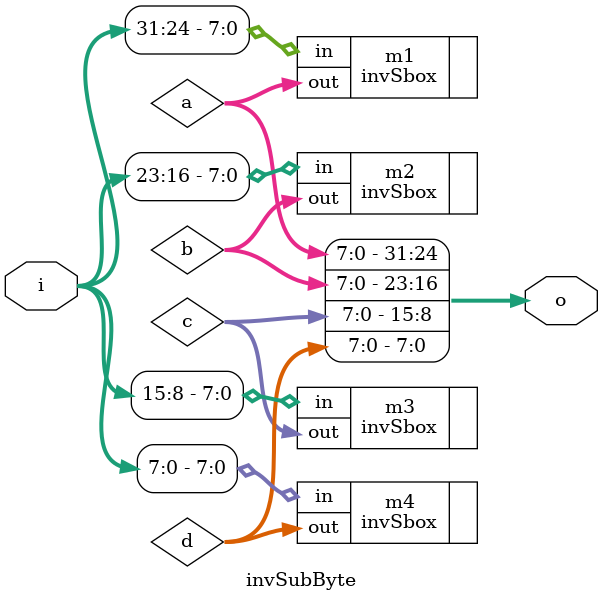
<source format=v>
module invSubByte(i,o);

input [31:0]i;
output [31:0]o;

wire [7:0]a,b,c,d;

invSbox m1(.in(i[31:24]),.out(a));
invSbox m2(.in(i[23:16]),.out(b));
invSbox m3(.in(i[15:8]),.out(c));
invSbox m4(.in(i[7:0]),.out(d));

assign o = {a,b,c,d};

endmodule

</source>
